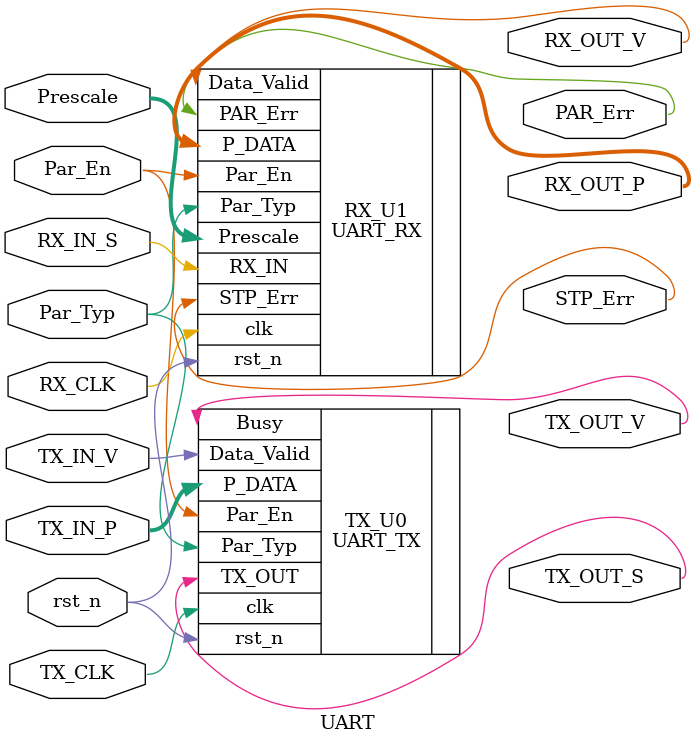
<source format=v>
module UART(
    input wire        TX_CLK,
    input wire        RX_CLK,
    input wire        rst_n,
    // Configuration
    input wire        Par_En,
    input wire        Par_Typ, // 0: Even, 1: Odd
    input wire  [5:0] Prescale,
    // UART RX Interface
    input wire        RX_IN_S,
    output wire [7:0] RX_OUT_P,
    output wire       RX_OUT_V,
    output wire       PAR_Err,
    output wire       STP_Err,
    // UART TX Interface
    input wire [7:0]  TX_IN_P,
    input wire        TX_IN_V,
    output wire       TX_OUT_S,
    output wire       TX_OUT_V
);

UART_TX TX_U0(
    .clk(TX_CLK),
    .rst_n(rst_n),
    .P_DATA(TX_IN_P),
    .Data_Valid(TX_IN_V),
    .Par_En(Par_En),
    .Par_Typ(Par_Typ), // 0: Even, 1: Odd
    .TX_OUT(TX_OUT_S),
    .Busy(TX_OUT_V)
);

UART_RX RX_U1(
    .clk(RX_CLK),
    .rst_n(rst_n),
    .RX_IN(RX_IN_S),
    .Prescale(Prescale),
    .Par_En(Par_En),
    .Par_Typ(Par_Typ), // 0: Even, 1: Odd
    .P_DATA(RX_OUT_P),
    .Data_Valid(RX_OUT_V),
    .PAR_Err(PAR_Err),
    .STP_Err(STP_Err)
);

endmodule
</source>
